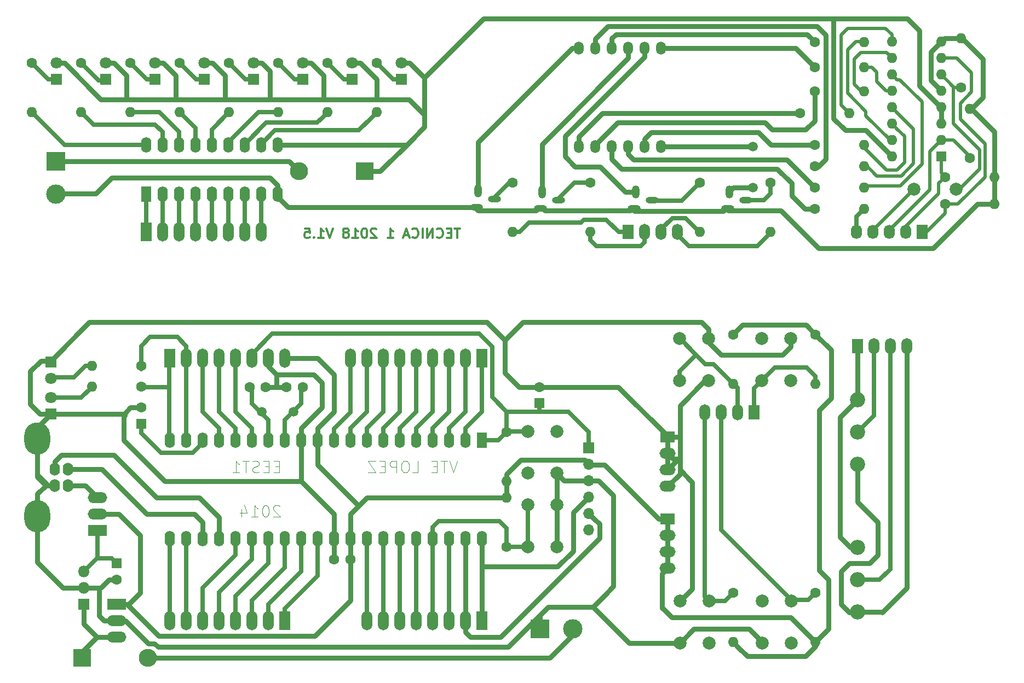
<source format=gbr>
G04 #@! TF.GenerationSoftware,KiCad,Pcbnew,(5.1.5)-3*
G04 #@! TF.CreationDate,2020-02-09T12:12:53-03:00*
G04 #@! TF.ProjectId,Entrenador1-SchDoc_4Display_en_uno,456e7472-656e-4616-946f-72312d536368,v1.0*
G04 #@! TF.SameCoordinates,PX429d390PY8198450*
G04 #@! TF.FileFunction,Copper,L2,Bot*
G04 #@! TF.FilePolarity,Positive*
%FSLAX46Y46*%
G04 Gerber Fmt 4.6, Leading zero omitted, Abs format (unit mm)*
G04 Created by KiCad (PCBNEW (5.1.5)-3) date 2020-02-09 12:12:53*
%MOMM*%
%LPD*%
G04 APERTURE LIST*
%ADD10C,0.300000*%
%ADD11C,0.100000*%
%ADD12C,1.800000*%
%ADD13R,1.800000X1.800000*%
%ADD14C,3.000000*%
%ADD15R,3.000000X3.000000*%
%ADD16O,1.500000X2.000000*%
%ADD17O,1.700000X2.200000*%
%ADD18R,1.700000X2.200000*%
%ADD19O,2.000000X1.000000*%
%ADD20O,1.200000X2.000000*%
%ADD21O,1.600000X1.600000*%
%ADD22C,1.600000*%
%ADD23O,4.000000X5.000000*%
%ADD24O,1.600000X2.000000*%
%ADD25O,1.700000X3.000000*%
%ADD26R,1.700000X3.000000*%
%ADD27O,3.000000X1.700000*%
%ADD28R,3.000000X1.700000*%
%ADD29O,2.800000X2.800000*%
%ADD30R,2.800000X2.800000*%
%ADD31O,1.700000X2.500000*%
%ADD32O,2.500000X1.700000*%
%ADD33R,2.200000X1.700000*%
%ADD34C,1.500000*%
%ADD35R,1.600000X1.600000*%
%ADD36O,1.700000X1.700000*%
%ADD37R,1.700000X1.700000*%
%ADD38C,2.000000*%
%ADD39O,1.600000X2.400000*%
%ADD40R,1.600000X2.400000*%
%ADD41O,1.800000X1.800000*%
%ADD42C,2.340000*%
%ADD43C,0.635000*%
%ADD44C,0.800000*%
%ADD45C,0.500000*%
G04 APERTURE END LIST*
D10*
X64939142Y68385429D02*
X64082000Y68385429D01*
X64510571Y66885429D02*
X64510571Y68385429D01*
X63582000Y67671143D02*
X63082000Y67671143D01*
X62867714Y66885429D02*
X63582000Y66885429D01*
X63582000Y68385429D01*
X62867714Y68385429D01*
X61367714Y67028286D02*
X61439142Y66956858D01*
X61653428Y66885429D01*
X61796285Y66885429D01*
X62010571Y66956858D01*
X62153428Y67099715D01*
X62224857Y67242572D01*
X62296285Y67528286D01*
X62296285Y67742572D01*
X62224857Y68028286D01*
X62153428Y68171143D01*
X62010571Y68314000D01*
X61796285Y68385429D01*
X61653428Y68385429D01*
X61439142Y68314000D01*
X61367714Y68242572D01*
X60724857Y66885429D02*
X60724857Y68385429D01*
X59867714Y66885429D01*
X59867714Y68385429D01*
X59153428Y66885429D02*
X59153428Y68385429D01*
X57582000Y67028286D02*
X57653428Y66956858D01*
X57867714Y66885429D01*
X58010571Y66885429D01*
X58224857Y66956858D01*
X58367714Y67099715D01*
X58439142Y67242572D01*
X58510571Y67528286D01*
X58510571Y67742572D01*
X58439142Y68028286D01*
X58367714Y68171143D01*
X58224857Y68314000D01*
X58010571Y68385429D01*
X57867714Y68385429D01*
X57653428Y68314000D01*
X57582000Y68242572D01*
X57010571Y67314000D02*
X56296285Y67314000D01*
X57153428Y66885429D02*
X56653428Y68385429D01*
X56153428Y66885429D01*
X53724857Y66885429D02*
X54582000Y66885429D01*
X54153428Y66885429D02*
X54153428Y68385429D01*
X54296285Y68171143D01*
X54439142Y68028286D01*
X54582000Y67956858D01*
X52010571Y68242572D02*
X51939142Y68314000D01*
X51796285Y68385429D01*
X51439142Y68385429D01*
X51296285Y68314000D01*
X51224857Y68242572D01*
X51153428Y68099715D01*
X51153428Y67956858D01*
X51224857Y67742572D01*
X52082000Y66885429D01*
X51153428Y66885429D01*
X50224857Y68385429D02*
X50082000Y68385429D01*
X49939142Y68314000D01*
X49867714Y68242572D01*
X49796285Y68099715D01*
X49724857Y67814000D01*
X49724857Y67456858D01*
X49796285Y67171143D01*
X49867714Y67028286D01*
X49939142Y66956858D01*
X50082000Y66885429D01*
X50224857Y66885429D01*
X50367714Y66956858D01*
X50439142Y67028286D01*
X50510571Y67171143D01*
X50582000Y67456858D01*
X50582000Y67814000D01*
X50510571Y68099715D01*
X50439142Y68242572D01*
X50367714Y68314000D01*
X50224857Y68385429D01*
X48296285Y66885429D02*
X49153428Y66885429D01*
X48724857Y66885429D02*
X48724857Y68385429D01*
X48867714Y68171143D01*
X49010571Y68028286D01*
X49153428Y67956858D01*
X47439142Y67742572D02*
X47582000Y67814000D01*
X47653428Y67885429D01*
X47724857Y68028286D01*
X47724857Y68099715D01*
X47653428Y68242572D01*
X47582000Y68314000D01*
X47439142Y68385429D01*
X47153428Y68385429D01*
X47010571Y68314000D01*
X46939142Y68242572D01*
X46867714Y68099715D01*
X46867714Y68028286D01*
X46939142Y67885429D01*
X47010571Y67814000D01*
X47153428Y67742572D01*
X47439142Y67742572D01*
X47582000Y67671143D01*
X47653428Y67599715D01*
X47724857Y67456858D01*
X47724857Y67171143D01*
X47653428Y67028286D01*
X47582000Y66956858D01*
X47439142Y66885429D01*
X47153428Y66885429D01*
X47010571Y66956858D01*
X46939142Y67028286D01*
X46867714Y67171143D01*
X46867714Y67456858D01*
X46939142Y67599715D01*
X47010571Y67671143D01*
X47153428Y67742572D01*
X45296285Y68385429D02*
X44796285Y66885429D01*
X44296285Y68385429D01*
X43010571Y66885429D02*
X43867714Y66885429D01*
X43439142Y66885429D02*
X43439142Y68385429D01*
X43582000Y68171143D01*
X43724857Y68028286D01*
X43867714Y67956858D01*
X42367714Y67028286D02*
X42296285Y66956858D01*
X42367714Y66885429D01*
X42439142Y66956858D01*
X42367714Y67028286D01*
X42367714Y66885429D01*
X40939142Y68385429D02*
X41653428Y68385429D01*
X41724857Y67671143D01*
X41653428Y67742572D01*
X41510571Y67814000D01*
X41153428Y67814000D01*
X41010571Y67742572D01*
X40939142Y67671143D01*
X40867714Y67528286D01*
X40867714Y67171143D01*
X40939142Y67028286D01*
X41010571Y66956858D01*
X41153428Y66885429D01*
X41510571Y66885429D01*
X41653428Y66956858D01*
X41724857Y67028286D01*
D11*
X37061333Y25315334D02*
X36976666Y25400000D01*
X36807333Y25484667D01*
X36384000Y25484667D01*
X36214666Y25400000D01*
X36130000Y25315334D01*
X36045333Y25146000D01*
X36045333Y24976667D01*
X36130000Y24722667D01*
X37146000Y23706667D01*
X36045333Y23706667D01*
X34944666Y25484667D02*
X34775333Y25484667D01*
X34606000Y25400000D01*
X34521333Y25315334D01*
X34436666Y25146000D01*
X34352000Y24807334D01*
X34352000Y24384000D01*
X34436666Y24045334D01*
X34521333Y23876000D01*
X34606000Y23791334D01*
X34775333Y23706667D01*
X34944666Y23706667D01*
X35114000Y23791334D01*
X35198666Y23876000D01*
X35283333Y24045334D01*
X35368000Y24384000D01*
X35368000Y24807334D01*
X35283333Y25146000D01*
X35198666Y25315334D01*
X35114000Y25400000D01*
X34944666Y25484667D01*
X32658666Y23706667D02*
X33674666Y23706667D01*
X33166666Y23706667D02*
X33166666Y25484667D01*
X33336000Y25230667D01*
X33505333Y25061334D01*
X33674666Y24976667D01*
X31134666Y24892000D02*
X31134666Y23706667D01*
X31558000Y25569334D02*
X31981333Y24299334D01*
X30880666Y24299334D01*
X64535666Y32342667D02*
X63943000Y30564667D01*
X63350333Y32342667D01*
X63011666Y32342667D02*
X61995666Y32342667D01*
X62503666Y30564667D02*
X62503666Y32342667D01*
X61403000Y31496000D02*
X60810333Y31496000D01*
X60556333Y30564667D02*
X61403000Y30564667D01*
X61403000Y32342667D01*
X60556333Y32342667D01*
X57593000Y30564667D02*
X58439666Y30564667D01*
X58439666Y32342667D01*
X56661666Y32342667D02*
X56323000Y32342667D01*
X56153666Y32258000D01*
X55984333Y32088667D01*
X55899666Y31750000D01*
X55899666Y31157334D01*
X55984333Y30818667D01*
X56153666Y30649334D01*
X56323000Y30564667D01*
X56661666Y30564667D01*
X56831000Y30649334D01*
X57000333Y30818667D01*
X57085000Y31157334D01*
X57085000Y31750000D01*
X57000333Y32088667D01*
X56831000Y32258000D01*
X56661666Y32342667D01*
X55137666Y30564667D02*
X55137666Y32342667D01*
X54460333Y32342667D01*
X54291000Y32258000D01*
X54206333Y32173334D01*
X54121666Y32004000D01*
X54121666Y31750000D01*
X54206333Y31580667D01*
X54291000Y31496000D01*
X54460333Y31411334D01*
X55137666Y31411334D01*
X53359666Y31496000D02*
X52767000Y31496000D01*
X52513000Y30564667D02*
X53359666Y30564667D01*
X53359666Y32342667D01*
X52513000Y32342667D01*
X51920333Y32342667D02*
X50735000Y32342667D01*
X51920333Y30564667D01*
X50735000Y30564667D01*
X36976666Y31496000D02*
X36384000Y31496000D01*
X36130000Y30564667D02*
X36976666Y30564667D01*
X36976666Y32342667D01*
X36130000Y32342667D01*
X35368000Y31496000D02*
X34775333Y31496000D01*
X34521333Y30564667D02*
X35368000Y30564667D01*
X35368000Y32342667D01*
X34521333Y32342667D01*
X33844000Y30649334D02*
X33590000Y30564667D01*
X33166666Y30564667D01*
X32997333Y30649334D01*
X32912666Y30734000D01*
X32828000Y30903334D01*
X32828000Y31072667D01*
X32912666Y31242000D01*
X32997333Y31326667D01*
X33166666Y31411334D01*
X33505333Y31496000D01*
X33674666Y31580667D01*
X33759333Y31665334D01*
X33844000Y31834667D01*
X33844000Y32004000D01*
X33759333Y32173334D01*
X33674666Y32258000D01*
X33505333Y32342667D01*
X33082000Y32342667D01*
X32828000Y32258000D01*
X32320000Y32342667D02*
X31304000Y32342667D01*
X31812000Y30564667D02*
X31812000Y32342667D01*
X29780000Y30564667D02*
X30796000Y30564667D01*
X30288000Y30564667D02*
X30288000Y32342667D01*
X30457333Y32088667D01*
X30626666Y31919334D01*
X30796000Y31834667D01*
D12*
X2540000Y93980000D03*
D13*
X2540000Y91440000D03*
D14*
X2476500Y73660000D03*
D15*
X2476500Y78740000D03*
D14*
X82376000Y6350000D03*
D15*
X77296000Y6350000D03*
D16*
X83312000Y96266000D03*
X85852000Y96266000D03*
X88392000Y96266000D03*
X90932000Y96266000D03*
X93472000Y96266000D03*
X96012000Y96266000D03*
X96012000Y81026000D03*
X93472000Y81026000D03*
X90932000Y81026000D03*
X88392000Y81026000D03*
X85852000Y81026000D03*
X83312000Y81026000D03*
D17*
X126238000Y67818000D03*
X128778000Y67818000D03*
X131318000Y67818000D03*
X133858000Y67818000D03*
D18*
X136398000Y67818000D03*
D19*
X70281000Y72898000D03*
X67441000Y71628000D03*
D20*
X67691000Y74168000D03*
D19*
X109143000Y72771000D03*
X106303000Y71501000D03*
D20*
X106553000Y74041000D03*
D19*
X94665000Y72771000D03*
X91825000Y71501000D03*
D20*
X92075000Y74041000D03*
D19*
X80187000Y72771000D03*
X77347000Y71501000D03*
D20*
X77597000Y74041000D03*
D21*
X-1270000Y86360000D03*
D22*
X-1270000Y93980000D03*
D23*
X-414000Y23845000D03*
X-414000Y35845000D03*
D24*
X2286000Y31115000D03*
X2286000Y28575000D03*
X4286000Y28575000D03*
X4286000Y31115000D03*
D25*
X48006000Y48260000D03*
X50546000Y48260000D03*
X53086000Y48260000D03*
X55626000Y48260000D03*
X58166000Y48260000D03*
X60706000Y48260000D03*
X63246000Y48260000D03*
X65786000Y48260000D03*
D26*
X68326000Y48260000D03*
D27*
X8890000Y26670000D03*
X8890000Y24130000D03*
D28*
X8890000Y21590000D03*
D29*
X16637000Y1905000D03*
D30*
X6477000Y1905000D03*
D27*
X11811000Y5080000D03*
X11811000Y7620000D03*
D28*
X11811000Y10160000D03*
D31*
X133985000Y50165000D03*
X131445000Y50165000D03*
X128905000Y50165000D03*
D18*
X126365000Y50165000D03*
D31*
X102743000Y39878000D03*
X105283000Y39878000D03*
X107823000Y39878000D03*
D18*
X110363000Y39878000D03*
D32*
X97028000Y15748000D03*
X97028000Y18288000D03*
X97028000Y20828000D03*
D33*
X97028000Y23368000D03*
D32*
X97028000Y28448000D03*
X97028000Y30988000D03*
X97028000Y33528000D03*
D33*
X97028000Y36068000D03*
D34*
X34290000Y40005000D03*
X39170000Y40005000D03*
D22*
X34885000Y43815000D03*
X32385000Y43815000D03*
X38100000Y43815000D03*
X40600000Y43815000D03*
X11811000Y14010000D03*
D35*
X11811000Y16510000D03*
D22*
X15621000Y40640000D03*
D35*
X15621000Y38140000D03*
D22*
X77216000Y43815000D03*
D35*
X77216000Y41315000D03*
D36*
X84836000Y21717000D03*
X84836000Y24257000D03*
X84836000Y26797000D03*
X84836000Y29337000D03*
X84836000Y31877000D03*
D37*
X84836000Y34417000D03*
D38*
X75438000Y36957000D03*
X79938000Y36957000D03*
X75438000Y30457000D03*
X79938000Y30457000D03*
X75438000Y25550000D03*
X79938000Y25550000D03*
X75438000Y19050000D03*
X79938000Y19050000D03*
X103433000Y4168000D03*
X98933000Y4168000D03*
X103433000Y10668000D03*
X98933000Y10668000D03*
X116133000Y4168000D03*
X111633000Y4168000D03*
X116133000Y10668000D03*
X111633000Y10668000D03*
X98878000Y51308000D03*
X103378000Y51308000D03*
X98878000Y44808000D03*
X103378000Y44808000D03*
X111578000Y51308000D03*
X116078000Y51308000D03*
X111578000Y44808000D03*
X116078000Y44808000D03*
D12*
X1651000Y42164000D03*
D13*
X1651000Y39624000D03*
D12*
X1651000Y45148500D03*
D13*
X1651000Y47688500D03*
D12*
X10160000Y93980000D03*
D13*
X10160000Y91440000D03*
D12*
X17780000Y93980000D03*
D13*
X17780000Y91440000D03*
D12*
X25400000Y93980000D03*
D13*
X25400000Y91440000D03*
D12*
X33020000Y93980000D03*
D13*
X33020000Y91440000D03*
D12*
X40640000Y93980000D03*
D13*
X40640000Y91440000D03*
D12*
X48260000Y93980000D03*
D13*
X48260000Y91440000D03*
D12*
X55880000Y93980000D03*
D13*
X55880000Y91440000D03*
D25*
X34163000Y67818000D03*
X31623000Y67818000D03*
X29083000Y67818000D03*
X26543000Y67818000D03*
X24003000Y67818000D03*
X21463000Y67818000D03*
X18923000Y67818000D03*
D26*
X16383000Y67818000D03*
D25*
X37846000Y48260000D03*
X35306000Y48260000D03*
X32766000Y48260000D03*
X30226000Y48260000D03*
X27686000Y48260000D03*
X25146000Y48260000D03*
X22606000Y48260000D03*
D26*
X20066000Y48260000D03*
D25*
X50546000Y7620000D03*
X53086000Y7620000D03*
X55626000Y7620000D03*
X58166000Y7620000D03*
X60706000Y7620000D03*
X63246000Y7620000D03*
X65786000Y7620000D03*
D26*
X68326000Y7620000D03*
D21*
X107188000Y4318000D03*
D22*
X107188000Y11938000D03*
D21*
X52070000Y86360000D03*
D22*
X52070000Y93980000D03*
D21*
X13970000Y86360000D03*
D22*
X13970000Y93980000D03*
D21*
X21590000Y86360000D03*
D22*
X21590000Y93980000D03*
D21*
X29210000Y86360000D03*
D22*
X29210000Y93980000D03*
D21*
X36830000Y86360000D03*
D22*
X36830000Y93980000D03*
D21*
X44450000Y86360000D03*
D22*
X44450000Y93980000D03*
D21*
X8001000Y43878500D03*
D22*
X15621000Y43878500D03*
D21*
X8001000Y47117000D03*
D22*
X15621000Y47117000D03*
D21*
X85090000Y67818000D03*
D22*
X85090000Y75438000D03*
D21*
X73025000Y67818000D03*
D22*
X73025000Y75438000D03*
D21*
X101981000Y67818000D03*
D22*
X101981000Y75438000D03*
D21*
X112966500Y67818000D03*
D22*
X112966500Y75438000D03*
D21*
X127381000Y77978000D03*
D22*
X119761000Y77978000D03*
D21*
X127381000Y93345000D03*
D22*
X119761000Y93345000D03*
D21*
X127381000Y74676000D03*
D22*
X119761000Y74676000D03*
D21*
X127381000Y89598500D03*
D22*
X119761000Y89598500D03*
D21*
X125095000Y86169500D03*
D22*
X117475000Y86169500D03*
D21*
X127381000Y97218500D03*
D22*
X119761000Y97218500D03*
D21*
X127381000Y81280000D03*
D22*
X119761000Y81280000D03*
D21*
X127381000Y71374000D03*
D22*
X119761000Y71374000D03*
D21*
X72136000Y26670000D03*
D22*
X72136000Y19050000D03*
D21*
X72136000Y29210000D03*
D22*
X72136000Y36830000D03*
D21*
X119888000Y4318000D03*
D22*
X119888000Y11938000D03*
D21*
X119888000Y44323000D03*
D22*
X119888000Y51943000D03*
D21*
X107188000Y44323000D03*
D22*
X107188000Y51943000D03*
D21*
X147574000Y72136000D03*
D22*
X139954000Y72136000D03*
D21*
X147574000Y76327000D03*
D22*
X139954000Y76327000D03*
D21*
X143764000Y86868000D03*
D22*
X143764000Y79248000D03*
D21*
X142367000Y97790000D03*
D22*
X142367000Y90170000D03*
D21*
X6350000Y86360000D03*
D22*
X6350000Y93980000D03*
D39*
X68326000Y20320000D03*
X20066000Y35560000D03*
X65786000Y20320000D03*
X22606000Y35560000D03*
X63246000Y20320000D03*
X25146000Y35560000D03*
X60706000Y20320000D03*
X27686000Y35560000D03*
X58166000Y20320000D03*
X30226000Y35560000D03*
X55626000Y20320000D03*
X32766000Y35560000D03*
X53086000Y20320000D03*
X35306000Y35560000D03*
X50546000Y20320000D03*
X37846000Y35560000D03*
X48006000Y20320000D03*
X40386000Y35560000D03*
X45466000Y20320000D03*
X42926000Y35560000D03*
X42926000Y20320000D03*
X45466000Y35560000D03*
X40386000Y20320000D03*
X48006000Y35560000D03*
X37846000Y20320000D03*
X50546000Y35560000D03*
X35306000Y20320000D03*
X53086000Y35560000D03*
X32766000Y20320000D03*
X55626000Y35560000D03*
X30226000Y20320000D03*
X58166000Y35560000D03*
X27686000Y20320000D03*
X60706000Y35560000D03*
X25146000Y20320000D03*
X63246000Y35560000D03*
X22606000Y20320000D03*
X65786000Y35560000D03*
X20066000Y20320000D03*
D40*
X68326000Y35560000D03*
D41*
X6731000Y15240000D03*
X6731000Y12700000D03*
D13*
X6731000Y10160000D03*
D21*
X131699000Y79502000D03*
X139319000Y97282000D03*
X131699000Y82042000D03*
X139319000Y94742000D03*
X131699000Y84582000D03*
X139319000Y92202000D03*
X131699000Y87122000D03*
X139319000Y89662000D03*
X131699000Y89662000D03*
X139319000Y87122000D03*
X131699000Y92202000D03*
X139319000Y84582000D03*
X131699000Y94742000D03*
X139319000Y82042000D03*
X131699000Y97282000D03*
D35*
X139319000Y79502000D03*
D39*
X16383000Y81280000D03*
X36703000Y73660000D03*
X18923000Y81280000D03*
X34163000Y73660000D03*
X21463000Y81280000D03*
X31623000Y73660000D03*
X24003000Y81280000D03*
X29083000Y73660000D03*
X26543000Y81280000D03*
X26543000Y73660000D03*
X29083000Y81280000D03*
X24003000Y73660000D03*
X31623000Y81280000D03*
X21463000Y73660000D03*
X34163000Y81280000D03*
X18923000Y73660000D03*
X36703000Y81280000D03*
D40*
X16383000Y73660000D03*
D42*
X126365000Y31830000D03*
X126365000Y36830000D03*
X126365000Y41830000D03*
X126365000Y8970000D03*
X126365000Y13970000D03*
X126365000Y18970000D03*
D22*
X45466000Y17145000D03*
X47966000Y17145000D03*
D25*
X20066000Y7620000D03*
X22606000Y7620000D03*
X25146000Y7620000D03*
X27686000Y7620000D03*
X30226000Y7620000D03*
X32766000Y7620000D03*
X35306000Y7620000D03*
D26*
X37846000Y7620000D03*
D31*
X98552000Y67818000D03*
X96012000Y67818000D03*
X93472000Y67818000D03*
D18*
X90932000Y67818000D03*
D29*
X40005000Y77216000D03*
D30*
X50165000Y77216000D03*
D38*
X141605000Y74422000D03*
X135127998Y74422000D03*
D34*
X110236000Y81026000D03*
X110236000Y74676000D03*
D43*
X45466000Y35560000D02*
X45466000Y37395000D01*
X45466000Y37395000D02*
X48006000Y39935000D01*
X48006000Y39935000D02*
X48006000Y46125000D01*
X48006000Y46125000D02*
X48006000Y48260000D01*
X48006000Y35560000D02*
X48006000Y37465000D01*
X48006000Y37465000D02*
X50546000Y40005000D01*
X50546000Y40005000D02*
X50546000Y48006000D01*
X50546000Y35560000D02*
X50546000Y37465000D01*
X50546000Y37465000D02*
X53086000Y40005000D01*
X53086000Y40005000D02*
X53086000Y48006000D01*
X42926000Y14605000D02*
X42926000Y20320000D01*
X37846000Y9525000D02*
X42926000Y14605000D01*
X37846000Y7620000D02*
X37846000Y9525000D01*
X40386000Y15240000D02*
X40386000Y20320000D01*
X35306000Y10160000D02*
X40386000Y15240000D01*
X35306000Y7620000D02*
X35306000Y10160000D01*
X37846000Y15875000D02*
X37846000Y20320000D01*
X32766000Y10795000D02*
X37846000Y15875000D01*
X32766000Y7620000D02*
X32766000Y10795000D01*
X35306000Y16510000D02*
X35306000Y20320000D01*
X30226000Y11430000D02*
X35306000Y16510000D01*
X30226000Y7620000D02*
X30226000Y11430000D01*
X22606000Y7620000D02*
X22606000Y20320000D01*
X20066000Y7620000D02*
X20066000Y20320000D01*
X20016000Y35610000D02*
X20066000Y35560000D01*
X15621000Y43815000D02*
X20016000Y43815000D01*
X20016000Y35610000D02*
X20016000Y43815000D01*
X20066000Y48210000D02*
X20066000Y48260000D01*
X20016000Y43815000D02*
X20016000Y48210000D01*
X15621000Y50165000D02*
X17018000Y51562000D01*
X17018000Y51562000D02*
X21209000Y51562000D01*
X21209000Y51562000D02*
X22606000Y50165000D01*
X22606000Y50165000D02*
X22606000Y48260000D01*
X15621000Y50165000D02*
X15621000Y46609000D01*
X22606000Y35560000D02*
X22606000Y48260000D01*
X15621000Y47244000D02*
X15621000Y50165000D01*
X15875000Y46990000D02*
X15621000Y47244000D01*
D44*
X97028000Y30988000D02*
X97028000Y36220400D01*
X97028000Y36220400D02*
X89433400Y43815000D01*
X89433400Y43815000D02*
X78347370Y43815000D01*
X78347370Y43815000D02*
X77216000Y43815000D01*
X2286000Y28575000D02*
X889000Y28575000D01*
X889000Y28575000D02*
X-414000Y29878000D01*
X-414000Y29878000D02*
X-414000Y30259000D01*
X103378000Y51308000D02*
X103378000Y52722213D01*
X103378000Y52722213D02*
X102252213Y53848000D01*
X102252213Y53848000D02*
X74676000Y53848000D01*
X74676000Y53848000D02*
X71882000Y51054000D01*
X77216000Y43815000D02*
X74041000Y43815000D01*
X74041000Y43815000D02*
X71882000Y45974000D01*
X69088000Y53848000D02*
X7620000Y53848000D01*
X71882000Y45974000D02*
X71882000Y51054000D01*
X71882000Y51054000D02*
X69088000Y53848000D01*
X7620000Y53848000D02*
X1651000Y47879000D01*
X1651000Y47879000D02*
X127000Y47879000D01*
X11811000Y7620000D02*
X13208000Y7620000D01*
X13208000Y7620000D02*
X16722999Y4105001D01*
X16722999Y4105001D02*
X17693001Y4105001D01*
X17693001Y4105001D02*
X18242002Y3556000D01*
X72369000Y3556000D02*
X77703000Y8890000D01*
X18242002Y3556000D02*
X72369000Y3556000D01*
X11811000Y7620000D02*
X9906000Y7620000D01*
X9906000Y7620000D02*
X9144000Y8382000D01*
X9144000Y8382000D02*
X9144000Y12573000D01*
X9144000Y12573000D02*
X9271000Y12700000D01*
X9271000Y12700000D02*
X9398000Y12700000D01*
X9398000Y12700000D02*
X10668000Y13970000D01*
X10668000Y13970000D02*
X11811000Y13970000D01*
X-414000Y23845000D02*
X-414000Y16670000D01*
X-414000Y16670000D02*
X3556000Y12700000D01*
X3556000Y12700000D02*
X6731000Y12700000D01*
X13081000Y39370000D02*
X12954000Y39497000D01*
X12954000Y39497000D02*
X12954000Y35560000D01*
X19304000Y29210000D02*
X40386000Y29210000D01*
X12954000Y35560000D02*
X19304000Y29210000D01*
X15621000Y40640000D02*
X13970000Y40640000D01*
X13970000Y40640000D02*
X13081000Y39751000D01*
X13081000Y39751000D02*
X13081000Y39370000D01*
X1651000Y39624000D02*
X0Y39624000D01*
X-1524000Y41148000D02*
X-1524000Y46228000D01*
X0Y39624000D02*
X-1524000Y41148000D01*
X-1524000Y46228000D02*
X127000Y47879000D01*
X-414000Y35845000D02*
X-414000Y37559000D01*
X-414000Y37559000D02*
X1651000Y39624000D01*
X1651000Y39624000D02*
X12827000Y39624000D01*
X12827000Y39624000D02*
X13081000Y39370000D01*
X116078000Y50038000D02*
X116078000Y51308000D01*
X102798000Y51308000D02*
X105338000Y48768000D01*
X105338000Y48768000D02*
X114808000Y48768000D01*
X114808000Y48768000D02*
X116078000Y50038000D01*
X6731000Y12700000D02*
X9271000Y12700000D01*
X77296000Y6350000D02*
X77296000Y8483000D01*
X77296000Y8483000D02*
X77703000Y8890000D01*
X98933000Y4168000D02*
X101115000Y6350000D01*
X101115000Y6350000D02*
X109601000Y6350000D01*
X109601000Y6350000D02*
X110633001Y5317999D01*
X110633001Y5317999D02*
X111633000Y4318000D01*
X98933000Y30988000D02*
X100838000Y29083000D01*
X100838000Y29083000D02*
X100838000Y12573000D01*
X100838000Y12573000D02*
X98933000Y10668000D01*
X98933000Y40943000D02*
X98933000Y34798000D01*
X98933000Y35813000D02*
X98933000Y34798000D01*
X98933000Y34798000D02*
X98933000Y33528000D01*
X98678000Y36068000D02*
X98933000Y35813000D01*
X97028000Y36068000D02*
X98678000Y36068000D01*
X98933000Y32893000D02*
X98933000Y32258000D01*
X98933000Y32258000D02*
X98933000Y30988000D01*
X97028000Y33528000D02*
X97877999Y32678001D01*
X97877999Y32678001D02*
X98512999Y32678001D01*
X98512999Y32678001D02*
X98933000Y32258000D01*
X98933000Y33528000D02*
X98933000Y32893000D01*
X97028000Y30988000D02*
X97877999Y31837999D01*
X97877999Y31837999D02*
X98933000Y32893000D01*
X97028000Y28448000D02*
X98933000Y30353000D01*
X98933000Y30353000D02*
X98933000Y30988000D01*
X102798000Y44808000D02*
X98933000Y40943000D01*
X79938000Y19050000D02*
X79938000Y25550000D01*
X84836000Y29337000D02*
X81058000Y29337000D01*
X81058000Y29337000D02*
X79938000Y30457000D01*
X79938000Y25550000D02*
X79938000Y30457000D01*
X-414000Y23845000D02*
X-414000Y27272000D01*
X-414000Y27272000D02*
X889000Y28575000D01*
X-414000Y35845000D02*
X-414000Y30259000D01*
X-414000Y30259000D02*
X1270000Y28575000D01*
X45466000Y20320000D02*
X45466000Y24130000D01*
X40386000Y29210000D02*
X45466000Y24130000D01*
X40386000Y29210000D02*
X40386000Y35560000D01*
X45466000Y17145000D02*
X45466000Y20320000D01*
X36576000Y43815000D02*
X36576000Y45720000D01*
X36576000Y43815000D02*
X37846000Y43815000D01*
X35306000Y43815000D02*
X36576000Y43815000D01*
X36576000Y45720000D02*
X42291000Y45720000D01*
X42291000Y45720000D02*
X43561000Y44450000D01*
X43561000Y40640000D02*
X43561000Y44450000D01*
X40386000Y37465000D02*
X43561000Y40640000D01*
X40386000Y35560000D02*
X40386000Y37465000D01*
X35306000Y46990000D02*
X36576000Y45720000D01*
X35306000Y46990000D02*
X35306000Y48260000D01*
X78592000Y9779000D02*
X77703000Y8890000D01*
X85492000Y9779000D02*
X78592000Y9779000D01*
X98933000Y4168000D02*
X91103000Y4168000D01*
X91103000Y4168000D02*
X85492000Y9779000D01*
X87185500Y11472500D02*
X85492000Y9779000D01*
X88646000Y12933000D02*
X87185500Y11472500D01*
X88646000Y27051000D02*
X88646000Y12933000D01*
X84836000Y29337000D02*
X86360000Y29337000D01*
X86360000Y29337000D02*
X88646000Y27051000D01*
D43*
X40386000Y41275000D02*
X40386000Y43815000D01*
X39116000Y40005000D02*
X40386000Y41275000D01*
X37846000Y38735000D02*
X39116000Y40005000D01*
X37846000Y35560000D02*
X37846000Y38735000D01*
X68326000Y40005000D02*
X68326000Y48006000D01*
X65786000Y37465000D02*
X68326000Y40005000D01*
X65786000Y35560000D02*
X65786000Y37465000D01*
X65786000Y40005000D02*
X65786000Y48006000D01*
X63246000Y37465000D02*
X65786000Y40005000D01*
X63246000Y35560000D02*
X63246000Y37465000D01*
X60706000Y35560000D02*
X60706000Y37465000D01*
X60706000Y37465000D02*
X63246000Y40005000D01*
X63246000Y40005000D02*
X63246000Y48006000D01*
X58166000Y35560000D02*
X58166000Y37465000D01*
X58166000Y37465000D02*
X60706000Y40005000D01*
X60706000Y40005000D02*
X60706000Y48006000D01*
X55626000Y35560000D02*
X55626000Y37465000D01*
X55626000Y37465000D02*
X58166000Y40005000D01*
X58166000Y40005000D02*
X58166000Y48006000D01*
X53086000Y35560000D02*
X53086000Y37465000D01*
X53086000Y37465000D02*
X55626000Y40005000D01*
X55626000Y40005000D02*
X55626000Y48006000D01*
X50546000Y7620000D02*
X50546000Y20320000D01*
X53086000Y7620000D02*
X53086000Y20320000D01*
X55626000Y7620000D02*
X55626000Y20320000D01*
X58166000Y7620000D02*
X58166000Y20320000D01*
X75438000Y25550000D02*
X75438000Y19050000D01*
X72136000Y19050000D02*
X75438000Y19050000D01*
X60706000Y7620000D02*
X60706000Y20320000D01*
X72136000Y21907500D02*
X72136000Y19050000D01*
X70993000Y23050500D02*
X72136000Y21907500D01*
X61658500Y23050500D02*
X70993000Y23050500D01*
X60706000Y20320000D02*
X60706000Y22098000D01*
X60706000Y22098000D02*
X61658500Y23050500D01*
X63246000Y7620000D02*
X63246000Y20320000D01*
X30226000Y40005000D02*
X30226000Y48260000D01*
X30226000Y40005000D02*
X32766000Y37465000D01*
X32766000Y35560000D02*
X32766000Y37465000D01*
X27686000Y40005000D02*
X27686000Y48260000D01*
X27686000Y40005000D02*
X30226000Y37465000D01*
X30226000Y35560000D02*
X30226000Y37465000D01*
X25146000Y40005000D02*
X25146000Y44450000D01*
X25146000Y44450000D02*
X25146000Y48260000D01*
X25146000Y40005000D02*
X27686000Y37465000D01*
X27686000Y35560000D02*
X27686000Y37465000D01*
X25146000Y44450000D02*
X25146000Y44450000D01*
X30226000Y17780000D02*
X30226000Y20320000D01*
X25146000Y12700000D02*
X30226000Y17780000D01*
X25146000Y7620000D02*
X25146000Y12700000D01*
X27686000Y12065000D02*
X32766000Y17145000D01*
X27686000Y7620000D02*
X27686000Y12065000D01*
X32766000Y17145000D02*
X32766000Y20320000D01*
D44*
X4286000Y28575000D02*
X6985000Y28575000D01*
X6985000Y28575000D02*
X8890000Y26670000D01*
D43*
X16383000Y67818000D02*
X16383000Y73660000D01*
X18923000Y67818000D02*
X18923000Y73660000D01*
X21463000Y73660000D02*
X21463000Y67818000D01*
X24003000Y73660000D02*
X24003000Y67818000D01*
X26543000Y73660000D02*
X26543000Y67818000D01*
X29083000Y73660000D02*
X29083000Y67818000D01*
X31623000Y73660000D02*
X31623000Y67818000D01*
X34163000Y73660000D02*
X34163000Y67818000D01*
X110363000Y39878000D02*
X110363000Y43593000D01*
X110363000Y43593000D02*
X111578000Y44808000D01*
X119888000Y44323000D02*
X119888000Y45491400D01*
X119888000Y45491400D02*
X118516400Y46863000D01*
X118516400Y46863000D02*
X113633000Y46863000D01*
X113633000Y46863000D02*
X111578000Y44808000D01*
X98933000Y51308000D02*
X101422200Y48818800D01*
X101422200Y48818800D02*
X102870000Y47371000D01*
X101422200Y48766413D02*
X101422200Y48818800D01*
X98878000Y44808000D02*
X98878000Y46222213D01*
X98878000Y46222213D02*
X101422200Y48766413D01*
X98298000Y51308000D02*
X98933000Y51308000D01*
X102870000Y47371000D02*
X104140000Y47371000D01*
X104140000Y47371000D02*
X107188000Y44323000D01*
X107823000Y39878000D02*
X107823000Y43688000D01*
X107823000Y43688000D02*
X107188000Y44323000D01*
X105283000Y39878000D02*
X105283000Y21668000D01*
X105283000Y21668000D02*
X116133000Y10818000D01*
X116133000Y10818000D02*
X118768000Y10818000D01*
X118768000Y10818000D02*
X119888000Y11938000D01*
X102743000Y39878000D02*
X102743000Y11358000D01*
X102743000Y11358000D02*
X103433000Y10668000D01*
X103433000Y10668000D02*
X105918000Y10668000D01*
X105918000Y10668000D02*
X107188000Y11938000D01*
D44*
X83312000Y82526000D02*
X83312000Y81026000D01*
X86955500Y86169500D02*
X83312000Y82526000D01*
X117475000Y86169500D02*
X86955500Y86169500D01*
X119761000Y85026500D02*
X119761000Y89598500D01*
X85852000Y81276000D02*
X89348500Y84772500D01*
X85852000Y81026000D02*
X85852000Y81276000D01*
X89348500Y84772500D02*
X112077500Y84772500D01*
X112077500Y84772500D02*
X113220500Y83629500D01*
X113220500Y83629500D02*
X118364000Y83629500D01*
X118364000Y83629500D02*
X119761000Y85026500D01*
X90932000Y79819500D02*
X90932000Y81026000D01*
X119570500Y74930000D02*
X115506500Y78994000D01*
X119761000Y74930000D02*
X119570500Y74930000D01*
X115506500Y78994000D02*
X91757500Y78994000D01*
X91757500Y78994000D02*
X90932000Y79819500D01*
X118237000Y71374000D02*
X116205000Y73406000D01*
X119761000Y71374000D02*
X118237000Y71374000D01*
X116205000Y73406000D02*
X116205000Y75374500D01*
X116205000Y75374500D02*
X113982500Y77597000D01*
X88392000Y79121000D02*
X88392000Y81026000D01*
X113982500Y77597000D02*
X89916000Y77597000D01*
X89916000Y77597000D02*
X88392000Y79121000D01*
X116840000Y96266000D02*
X119761000Y93345000D01*
X96012000Y96266000D02*
X116840000Y96266000D01*
X121475500Y79057500D02*
X121475500Y84836000D01*
X120904000Y78486000D02*
X121475500Y79057500D01*
X121475500Y98317917D02*
X121475500Y84865489D01*
X85852000Y97726500D02*
X87757000Y99631500D01*
X85852000Y96266000D02*
X85852000Y97726500D01*
X87757000Y99631500D02*
X120161917Y99631500D01*
X120161917Y99631500D02*
X121475500Y98317917D01*
X120332500Y77914500D02*
X120904000Y78486000D01*
X119761000Y77978000D02*
X119824500Y77914500D01*
X119824500Y77914500D02*
X120332500Y77914500D01*
X118618000Y98425000D02*
X119761000Y97282000D01*
X88392000Y97766000D02*
X89051000Y98425000D01*
X88392000Y96266000D02*
X88392000Y97766000D01*
X89051000Y98425000D02*
X118618000Y98425000D01*
X93472000Y82232500D02*
X93472000Y81026000D01*
X113030000Y81280000D02*
X111061500Y83248500D01*
X119761000Y81280000D02*
X113030000Y81280000D01*
X111061500Y83248500D02*
X94488000Y83248500D01*
X94488000Y83248500D02*
X93472000Y82232500D01*
D45*
X139319000Y79502000D02*
X139319000Y76962000D01*
X139319000Y76962000D02*
X139954000Y76327000D01*
X133858000Y68643500D02*
X133858000Y67818000D01*
X138974005Y73759505D02*
X133858000Y68643500D01*
X139954000Y76327000D02*
X138974005Y75347005D01*
X138974005Y75347005D02*
X138974005Y73759505D01*
X139319000Y82042000D02*
X141224000Y82042000D01*
X141224000Y82042000D02*
X144018000Y79248000D01*
X137574033Y80297033D02*
X137574033Y74324033D01*
X131318000Y68068000D02*
X131318000Y67818000D01*
X137574033Y74324033D02*
X131318000Y68068000D01*
X139319000Y82042000D02*
X137574033Y80297033D01*
X141224000Y90297000D02*
X141224000Y90170000D01*
X139319000Y92202000D02*
X141224000Y90297000D01*
X142367000Y90170000D02*
X141235630Y90170000D01*
X141235630Y90170000D02*
X141224000Y90170000D01*
X128778000Y67818000D02*
X128778000Y68068000D01*
X128778000Y68068000D02*
X135127998Y74417998D01*
X135127998Y74417998D02*
X135127998Y74422000D01*
X141541500Y74422000D02*
X141605000Y74422000D01*
X142113000Y74422000D02*
X141541500Y74422000D01*
X145249989Y77558989D02*
X142113000Y74422000D01*
X145249989Y80556011D02*
X145249989Y77558989D01*
X141224000Y90170000D02*
X141224000Y84582000D01*
X141224000Y84582000D02*
X145249989Y80556011D01*
X140335000Y71755000D02*
X139954000Y72136000D01*
X141085370Y72136000D02*
X139954000Y72136000D01*
X141922500Y72136000D02*
X141085370Y72136000D01*
X146123999Y76337499D02*
X141922500Y72136000D01*
X146123999Y77023001D02*
X146123999Y76337499D01*
X146150000Y81434000D02*
X146150000Y77049002D01*
X141732000Y94742000D02*
X144018000Y92456000D01*
X139319000Y94742000D02*
X141732000Y94742000D01*
X144018000Y92456000D02*
X144018000Y89471500D01*
X146150000Y77049002D02*
X146123999Y77023001D01*
X144018000Y89471500D02*
X142313999Y87767499D01*
X142313999Y87767499D02*
X142313999Y85270001D01*
X142313999Y85270001D02*
X146150000Y81434000D01*
X139954000Y70739000D02*
X139954000Y72136000D01*
X136398000Y67818000D02*
X137033000Y67818000D01*
X137033000Y67818000D02*
X139954000Y70739000D01*
D43*
X74156370Y67818000D02*
X75616870Y69278500D01*
X73025000Y67818000D02*
X74156370Y67818000D01*
X75616870Y69278500D02*
X83629500Y69278500D01*
X83629500Y69278500D02*
X84074000Y69723000D01*
X89447000Y67818000D02*
X90932000Y67818000D01*
X87542000Y69723000D02*
X89447000Y67818000D01*
X84074000Y69723000D02*
X87542000Y69723000D01*
X85090000Y66548000D02*
X85090000Y67818000D01*
X86042500Y65595500D02*
X85090000Y66548000D01*
X92837000Y65595500D02*
X86042500Y65595500D01*
X93472000Y67818000D02*
X93472000Y66230500D01*
X93472000Y66230500D02*
X92837000Y65595500D01*
X96012000Y68218000D02*
X97758389Y69964389D01*
X97758389Y69964389D02*
X99834611Y69964389D01*
X96012000Y67818000D02*
X96012000Y68218000D01*
X101181001Y68617999D02*
X101981000Y67818000D01*
X99834611Y69964389D02*
X101181001Y68617999D01*
X112166501Y66891001D02*
X112966500Y67691000D01*
X110934500Y65659000D02*
X112166501Y66891001D01*
X100311000Y65659000D02*
X110934500Y65659000D01*
X98552000Y67818000D02*
X98552000Y67418000D01*
X98552000Y67418000D02*
X100311000Y65659000D01*
X72571000Y75438000D02*
X70031000Y72898000D01*
X73025000Y75438000D02*
X72571000Y75438000D01*
X82604000Y75438000D02*
X85090000Y75438000D01*
X79937000Y72771000D02*
X82604000Y75438000D01*
X101981000Y75438000D02*
X99187000Y72644000D01*
X94542000Y72644000D02*
X99187000Y72644000D01*
X94415000Y72771000D02*
X94542000Y72644000D01*
X108893000Y72771000D02*
X111950500Y72771000D01*
X112966500Y73787000D02*
X112966500Y75311000D01*
X111950500Y72771000D02*
X112966500Y73787000D01*
X126238000Y67818000D02*
X126238000Y70231000D01*
X126238000Y70231000D02*
X127381000Y71374000D01*
X31623000Y81280000D02*
X31623000Y81402755D01*
X31623000Y81402755D02*
X34980244Y84759999D01*
X34980244Y84759999D02*
X42849999Y84759999D01*
X42849999Y84759999D02*
X43650001Y85560001D01*
X43650001Y85560001D02*
X44450000Y86360000D01*
X36830000Y86360000D02*
X33763000Y86360000D01*
X33763000Y86360000D02*
X29083000Y81680000D01*
X29083000Y81680000D02*
X29083000Y81280000D01*
X29210000Y86360000D02*
X26543000Y83693000D01*
X26543000Y83693000D02*
X26543000Y81280000D01*
X21590000Y86360000D02*
X24003000Y83947000D01*
X24003000Y83947000D02*
X24003000Y81280000D01*
X13970000Y86360000D02*
X18415000Y86360000D01*
X18415000Y86360000D02*
X21463000Y83312000D01*
X21463000Y83312000D02*
X21463000Y81280000D01*
X6350000Y86360000D02*
X8255000Y84455000D01*
X8255000Y84455000D02*
X17780000Y84455000D01*
X17780000Y84455000D02*
X18923000Y83312000D01*
X18923000Y83312000D02*
X18923000Y81280000D01*
X-1270000Y86360000D02*
X3810000Y81280000D01*
X3810000Y81280000D02*
X16383000Y81280000D01*
X34163000Y81280000D02*
X34163000Y81402755D01*
X34163000Y81402755D02*
X36320234Y83559989D01*
X36320234Y83559989D02*
X49269989Y83559989D01*
X49269989Y83559989D02*
X51270001Y85560001D01*
X51270001Y85560001D02*
X52070000Y86360000D01*
X1270000Y91440000D02*
X2540000Y91440000D01*
X-1270000Y93980000D02*
X1270000Y91440000D01*
X55880000Y91440000D02*
X54610000Y91440000D01*
X54610000Y91440000D02*
X52070000Y93980000D01*
X48260000Y91440000D02*
X46990000Y91440000D01*
X46990000Y91440000D02*
X44450000Y93980000D01*
X40640000Y91440000D02*
X39370000Y91440000D01*
X39370000Y91440000D02*
X36830000Y93980000D01*
X33020000Y91440000D02*
X31750000Y91440000D01*
X31750000Y91440000D02*
X29210000Y93980000D01*
X21590000Y93980000D02*
X24130000Y91440000D01*
X24130000Y91440000D02*
X25400000Y91440000D01*
X16510000Y91440000D02*
X17780000Y91440000D01*
X13970000Y93980000D02*
X16510000Y91440000D01*
X9017000Y91313000D02*
X10033000Y91313000D01*
X10033000Y91313000D02*
X10160000Y91440000D01*
X6350000Y93980000D02*
X9017000Y91313000D01*
X35926000Y52070000D02*
X32766000Y48910000D01*
X69893501Y50080002D02*
X67903503Y52070000D01*
X72136000Y40005000D02*
X69893501Y42247499D01*
X67903503Y52070000D02*
X35926000Y52070000D01*
X69893501Y42247499D02*
X69893501Y50080002D01*
X32766000Y48910000D02*
X32766000Y48260000D01*
X75438000Y36957000D02*
X72263000Y36957000D01*
X72263000Y36957000D02*
X72136000Y36830000D01*
X77216000Y41315000D02*
X77216000Y40005000D01*
X68326000Y35560000D02*
X70866000Y35560000D01*
X72136000Y36830000D02*
X72136000Y40005000D01*
X70866000Y35560000D02*
X72136000Y36830000D01*
X77216000Y40005000D02*
X81661000Y40005000D01*
X72136000Y40005000D02*
X77216000Y40005000D01*
X81661000Y40005000D02*
X84836000Y36830000D01*
X84836000Y34290000D02*
X84836000Y36830000D01*
X6731000Y15240000D02*
X8890000Y17399000D01*
X8890000Y17399000D02*
X8890000Y21590000D01*
X11049000Y17272000D02*
X11811000Y16510000D01*
X6731000Y15240000D02*
X8763000Y17272000D01*
X8763000Y17272000D02*
X11049000Y17272000D01*
X35306000Y35560000D02*
X35306000Y38735000D01*
X34036000Y40005000D02*
X35306000Y38735000D01*
X32766000Y41275000D02*
X34036000Y40005000D01*
X32766000Y41275000D02*
X32766000Y43815000D01*
X25146000Y35560000D02*
X25146000Y35160000D01*
X25146000Y35160000D02*
X23628490Y33642490D01*
X15621000Y36705000D02*
X15621000Y38140000D01*
X23628490Y33642490D02*
X18683510Y33642490D01*
X18683510Y33642490D02*
X15621000Y36705000D01*
D44*
X4286000Y31115000D02*
X9525000Y31115000D01*
X9525000Y31115000D02*
X16510000Y24130000D01*
X16510000Y24130000D02*
X23876000Y24130000D01*
X23876000Y24130000D02*
X25146000Y22860000D01*
X25146000Y22860000D02*
X25146000Y20320000D01*
X2286000Y31115000D02*
X2286000Y32258000D01*
X2286000Y32258000D02*
X3302000Y33274000D01*
X24638000Y26670000D02*
X27686000Y23622000D01*
X3302000Y33274000D02*
X11430000Y33274000D01*
X11430000Y33274000D02*
X18034000Y26670000D01*
X18034000Y26670000D02*
X24638000Y26670000D01*
X27686000Y23622000D02*
X27686000Y20320000D01*
X65786000Y7620000D02*
X65786000Y20320000D01*
X85685999Y23407001D02*
X84836000Y24257000D01*
X65786000Y5842000D02*
X66548000Y5080000D01*
X66548000Y5080000D02*
X71183500Y5080000D01*
X71183500Y5080000D02*
X86486001Y20382501D01*
X65786000Y7620000D02*
X65786000Y5842000D01*
X86486001Y20382501D02*
X86486001Y22606999D01*
X86486001Y22606999D02*
X85685999Y23407001D01*
X68326000Y20320000D02*
X68326000Y15748000D01*
X68326000Y15748000D02*
X68326000Y7620000D01*
X68580000Y16002000D02*
X68326000Y15748000D01*
X80010000Y16002000D02*
X68580000Y16002000D01*
X82423000Y18415000D02*
X80010000Y16002000D01*
X84836000Y26797000D02*
X82423000Y24384000D01*
X82423000Y24384000D02*
X82423000Y18415000D01*
X6477000Y1905000D02*
X6477000Y2794000D01*
X6477000Y2794000D02*
X8763000Y5080000D01*
X6731000Y10160000D02*
X6731000Y7112000D01*
X6477000Y1905000D02*
X6731000Y2159000D01*
X6731000Y7112000D02*
X8763000Y5080000D01*
X8763000Y5080000D02*
X11811000Y5080000D01*
X47966000Y17145000D02*
X47966000Y16013630D01*
X47966000Y16013630D02*
X48006000Y15973630D01*
X48006000Y15973630D02*
X48006000Y10795000D01*
X48006000Y20320000D02*
X48006000Y17185000D01*
X48006000Y17185000D02*
X47966000Y17145000D01*
X119888000Y51943000D02*
X122301000Y49530000D01*
X122301000Y49530000D02*
X122301000Y42062400D01*
X120687999Y5117999D02*
X119888000Y4318000D01*
X122301000Y42062400D02*
X120446800Y40208200D01*
X120446800Y40208200D02*
X120446800Y15468600D01*
X121945400Y13970000D02*
X121945400Y6375400D01*
X121945400Y6375400D02*
X120687999Y5117999D01*
X120446800Y15468600D02*
X121945400Y13970000D01*
X8890000Y24130000D02*
X12192000Y24130000D01*
X12192000Y24130000D02*
X15494000Y20828000D01*
X15494000Y11938000D02*
X13716000Y10160000D01*
X15494000Y20828000D02*
X15494000Y11938000D01*
X13716000Y10160000D02*
X11811000Y10160000D01*
X119888000Y4318000D02*
X119888000Y3683000D01*
X119888000Y3683000D02*
X118364000Y2159000D01*
X118364000Y2159000D02*
X109347000Y2159000D01*
X109347000Y2159000D02*
X107987999Y3518001D01*
X107987999Y3518001D02*
X107188000Y4318000D01*
X13461000Y10160000D02*
X18356989Y5264011D01*
X11811000Y10160000D02*
X13461000Y10160000D01*
X18356989Y5264011D02*
X42475011Y5264011D01*
X42475011Y5264011D02*
X48006000Y10795000D01*
X97028000Y15748000D02*
X96178001Y14898001D01*
X96178001Y14898001D02*
X96178001Y9612999D01*
X96178001Y9612999D02*
X96393000Y9398000D01*
X97028000Y18288000D02*
X97028000Y15748000D01*
X97028000Y20828000D02*
X97028000Y18288000D01*
X97028000Y23368000D02*
X97028000Y20828000D01*
X96393000Y9398000D02*
X97663000Y8128000D01*
X116078000Y8128000D02*
X119088001Y5117999D01*
X97663000Y8128000D02*
X116078000Y8128000D01*
X119088001Y5117999D02*
X119888000Y4318000D01*
X119888000Y51943000D02*
X118414800Y53416200D01*
X118414800Y53416200D02*
X108661200Y53416200D01*
X108661200Y53416200D02*
X107987999Y52742999D01*
X107987999Y52742999D02*
X107188000Y51943000D01*
X72136000Y29210000D02*
X72136000Y26670000D01*
X45466000Y40005000D02*
X42926000Y37465000D01*
X42926000Y37465000D02*
X42926000Y35560000D01*
X45466000Y45720000D02*
X45466000Y40005000D01*
X42926000Y48260000D02*
X45466000Y45720000D01*
X70721787Y26670000D02*
X72136000Y26670000D01*
X48006000Y20320000D02*
X48006000Y24130000D01*
X49276000Y25400000D02*
X50546000Y26670000D01*
X48006000Y24130000D02*
X49276000Y25400000D01*
X50546000Y26670000D02*
X70721787Y26670000D01*
X42926000Y31750000D02*
X49276000Y25400000D01*
X42926000Y35560000D02*
X42926000Y31750000D01*
X37846000Y48260000D02*
X42926000Y48260000D01*
X95694500Y23368000D02*
X97028000Y23368000D01*
X87312500Y31750000D02*
X95694500Y23368000D01*
X84836000Y31877000D02*
X84963000Y31750000D01*
X84963000Y31750000D02*
X87312500Y31750000D01*
X84201000Y32512000D02*
X84836000Y31877000D01*
X74306630Y32512000D02*
X84201000Y32512000D01*
X72136000Y29210000D02*
X72136000Y30341370D01*
X72136000Y30341370D02*
X74306630Y32512000D01*
X133985000Y50165000D02*
X133985000Y12700000D01*
X133985000Y12700000D02*
X130175000Y8890000D01*
X130175000Y8890000D02*
X130095000Y8970000D01*
X126285000Y8890000D02*
X126365000Y8970000D01*
X126365000Y31830000D02*
X126365000Y26035000D01*
X129540000Y17780000D02*
X128270000Y16510000D01*
X129540000Y22860000D02*
X129540000Y17780000D01*
X125095000Y16510000D02*
X123825000Y15240000D01*
X128270000Y16510000D02*
X125095000Y16510000D01*
X123825000Y15240000D02*
X123825000Y10160000D01*
X125095000Y8890000D02*
X126285000Y8890000D01*
X126365000Y26035000D02*
X129540000Y22860000D01*
X130095000Y8970000D02*
X126365000Y8970000D01*
X123825000Y10160000D02*
X125095000Y8890000D01*
X126365000Y41830000D02*
X126365000Y50165000D01*
X126365000Y41830000D02*
X123698000Y39163000D01*
X123698000Y20574000D02*
X125302000Y18970000D01*
X125302000Y18970000D02*
X126365000Y18970000D01*
X123698000Y39163000D02*
X123698000Y29210000D01*
X123698000Y29210000D02*
X123698000Y20574000D01*
X67691000Y79121000D02*
X67691000Y74168000D01*
X83312000Y96266000D02*
X82251340Y96266000D01*
X67691000Y81705660D02*
X67691000Y79121000D01*
X82251340Y96266000D02*
X67691000Y81705660D01*
X90932000Y96016000D02*
X90932000Y96266000D01*
X77597000Y74041000D02*
X77597000Y81407000D01*
X90932000Y94742000D02*
X90932000Y96016000D01*
X77597000Y81407000D02*
X90932000Y94742000D01*
X90487500Y74041000D02*
X92075000Y74041000D01*
X93472000Y94932500D02*
X81153000Y82613500D01*
X93472000Y96266000D02*
X93472000Y94932500D01*
X81153000Y82613500D02*
X81153000Y79502000D01*
X81153000Y79502000D02*
X82740500Y77914500D01*
X82740500Y77914500D02*
X86614000Y77914500D01*
X86614000Y77914500D02*
X90487500Y74041000D01*
X106553000Y74041000D02*
X107188000Y74676000D01*
X107188000Y74676000D02*
X110236000Y74676000D01*
X96012000Y81026000D02*
X110236000Y81026000D01*
X139319000Y84582000D02*
X139319000Y87122000D01*
X50165000Y77216000D02*
X52578000Y77216000D01*
X52578000Y77216000D02*
X57023000Y81661000D01*
X56642000Y81280000D02*
X57023000Y81661000D01*
X36703000Y81280000D02*
X56642000Y81280000D01*
X57023000Y81661000D02*
X59436000Y84074000D01*
X9432783Y88360009D02*
X13335000Y88360009D01*
X13335000Y88360009D02*
X20955000Y88360009D01*
X10160000Y93980000D02*
X11432792Y93980000D01*
X11432792Y93980000D02*
X13335000Y92077792D01*
X13335000Y92077792D02*
X13335000Y88360009D01*
X20955000Y92077792D02*
X20955000Y88360009D01*
X20955000Y88360009D02*
X28575000Y88360009D01*
X17780000Y93980000D02*
X19052792Y93980000D01*
X19052792Y93980000D02*
X20955000Y92077792D01*
X2540000Y93980000D02*
X3812792Y93980000D01*
X3812792Y93980000D02*
X9432783Y88360009D01*
X59436000Y91696792D02*
X59436000Y85979000D01*
X43815000Y88360009D02*
X52070000Y88360009D01*
X52070000Y88360009D02*
X57054991Y88360009D01*
X48260000Y93980000D02*
X49532792Y93980000D01*
X49532792Y93980000D02*
X52070000Y91442792D01*
X52070000Y91442792D02*
X52070000Y88360009D01*
X35560000Y88360009D02*
X43815000Y88360009D01*
X41912792Y93980000D02*
X43815000Y92077792D01*
X40640000Y93980000D02*
X41912792Y93980000D01*
X43815000Y92077792D02*
X43815000Y88360009D01*
X28575000Y88360009D02*
X35560000Y88360009D01*
X33020000Y93980000D02*
X34292792Y93980000D01*
X34292792Y93980000D02*
X35560000Y92712792D01*
X35560000Y92712792D02*
X35560000Y88360009D01*
X25400000Y93980000D02*
X26672792Y93980000D01*
X26672792Y93980000D02*
X28575000Y92077792D01*
X28575000Y92077792D02*
X28575000Y88360009D01*
X57054991Y88360009D02*
X59436000Y85979000D01*
X59436000Y85979000D02*
X59436000Y85090000D01*
X59436000Y84074000D02*
X59436000Y85090000D01*
X135987511Y90453489D02*
X138519001Y87921999D01*
X138519001Y87921999D02*
X139319000Y87122000D01*
X135987511Y98962489D02*
X135987511Y90453489D01*
X59436000Y91696792D02*
X68611219Y100872011D01*
X134077989Y100872011D02*
X135987511Y98962489D01*
X55880000Y93980000D02*
X57152792Y93980000D01*
X57152792Y93980000D02*
X59436000Y91696792D01*
X122936000Y100872011D02*
X134077989Y100872011D01*
X68611219Y100872011D02*
X122936000Y100872011D01*
X122682000Y100618011D02*
X122936000Y100872011D01*
X122682000Y85388998D02*
X122682000Y100618011D01*
X124504998Y83566000D02*
X122682000Y85388998D01*
X131699000Y79502000D02*
X127635000Y83566000D01*
X127635000Y83566000D02*
X124504998Y83566000D01*
X91575000Y71501000D02*
X91575000Y71454900D01*
X91575000Y71454900D02*
X91579700Y71450200D01*
X91579700Y71450200D02*
X91262200Y71132700D01*
X91262200Y71132700D02*
X78054200Y71132700D01*
X78054200Y71132700D02*
X77685900Y71501000D01*
X77685900Y71501000D02*
X77097000Y71501000D01*
X91575000Y71501000D02*
X91575000Y71467600D01*
X67191000Y71628000D02*
X67699000Y71120000D01*
X77097000Y71501000D02*
X77097000Y71391400D01*
X142367000Y97790000D02*
X142240000Y97790000D01*
X67191000Y71628000D02*
X38335000Y71628000D01*
X77097000Y71501000D02*
X77089000Y71501000D01*
X77089000Y71501000D02*
X76708000Y71120000D01*
X76708000Y71120000D02*
X67699000Y71120000D01*
X36703000Y73660000D02*
X36703000Y73260000D01*
X36703000Y73260000D02*
X38335000Y71628000D01*
X138519001Y96482001D02*
X139319000Y97282000D01*
X137718999Y91262001D02*
X137718999Y95681999D01*
X137718999Y95681999D02*
X138519001Y96482001D01*
X139319000Y89662000D02*
X137718999Y91262001D01*
X2540000Y73740000D02*
X8610000Y73740000D01*
X8610000Y73740000D02*
X11070000Y76200000D01*
X11070000Y76200000D02*
X35560000Y76200000D01*
X35560000Y76200000D02*
X36703000Y75057000D01*
X36703000Y75057000D02*
X36703000Y73660000D01*
X147574000Y72136000D02*
X147574000Y76327000D01*
X142494000Y97790000D02*
X142367000Y97663000D01*
X147574000Y83312000D02*
X147574000Y76327000D01*
X144018000Y86868000D02*
X147574000Y83312000D01*
X145796000Y88646000D02*
X144018000Y86868000D01*
X145796000Y94551500D02*
X145796000Y88646000D01*
X142367000Y97790000D02*
X142557500Y97790000D01*
X142557500Y97790000D02*
X145796000Y94551500D01*
X139827000Y97790000D02*
X139319000Y97282000D01*
X142367000Y97790000D02*
X139827000Y97790000D01*
X144907000Y72136000D02*
X147574000Y72136000D01*
X138049000Y65278000D02*
X144907000Y72136000D01*
X106434000Y71120000D02*
X114554000Y71120000D01*
X106053000Y71501000D02*
X106434000Y71120000D01*
X91575000Y71493000D02*
X91986100Y71081900D01*
X114554000Y71120000D02*
X120396000Y65278000D01*
X91575000Y71501000D02*
X91575000Y71493000D01*
X91986100Y71081900D02*
X105676700Y71081900D01*
X120396000Y65278000D02*
X138049000Y65278000D01*
X105676700Y71081900D02*
X106045000Y71450200D01*
X106045000Y71450200D02*
X106045000Y71493000D01*
X106045000Y71493000D02*
X106053000Y71501000D01*
D45*
X132498999Y86322001D02*
X131699000Y87122000D01*
X135064500Y83756500D02*
X132498999Y86322001D01*
X135064500Y78422500D02*
X135064500Y83756500D01*
X133148489Y76506489D02*
X135064500Y78422500D01*
X127381000Y78486000D02*
X129360511Y76506489D01*
X129360511Y76506489D02*
X133148489Y76506489D01*
X131572000Y89662000D02*
X131699000Y89662000D01*
X130810000Y89662000D02*
X131572000Y89662000D01*
X129349500Y91122500D02*
X130810000Y89662000D01*
X129349500Y92583000D02*
X129349500Y91122500D01*
X127381000Y93345000D02*
X128587500Y93345000D01*
X128587500Y93345000D02*
X129349500Y92583000D01*
X132969000Y74930000D02*
X136356520Y78317520D01*
X136356520Y87988980D02*
X132943499Y91402001D01*
X132943499Y91402001D02*
X132498999Y91402001D01*
X136356520Y78317520D02*
X136356520Y87988980D01*
X127381000Y74930000D02*
X132969000Y74930000D01*
X132498999Y91402001D02*
X131699000Y92202000D01*
X130873500Y95567500D02*
X131699000Y94742000D01*
X126936500Y95567500D02*
X130873500Y95567500D01*
X125930999Y94561999D02*
X126936500Y95567500D01*
X125930999Y90667501D02*
X125930999Y94561999D01*
X127381000Y89598500D02*
X127000000Y89598500D01*
X127000000Y89598500D02*
X125930999Y90667501D01*
X123825000Y87439500D02*
X125095000Y86169500D01*
X123825000Y98298000D02*
X123825000Y87439500D01*
X124841000Y99314000D02*
X123825000Y98298000D01*
X130746500Y99314000D02*
X124841000Y99314000D01*
X131699000Y97282000D02*
X131699000Y98361500D01*
X131699000Y98361500D02*
X130746500Y99314000D01*
X131445000Y82042000D02*
X131699000Y82042000D01*
X126111000Y97282000D02*
X124873521Y96044521D01*
X127381000Y97282000D02*
X126111000Y97282000D01*
X124873521Y96044521D02*
X124873521Y89311979D01*
X124873521Y89311979D02*
X127698500Y86487000D01*
X127698500Y86487000D02*
X127698500Y85788500D01*
X127698500Y85788500D02*
X131445000Y82042000D01*
X127381000Y80910630D02*
X130885130Y77406500D01*
X132498999Y83782001D02*
X131699000Y84582000D01*
X130885130Y77406500D02*
X132524500Y77406500D01*
X132524500Y77406500D02*
X133667500Y78549500D01*
X133667500Y78549500D02*
X133667500Y82613500D01*
X133667500Y82613500D02*
X132498999Y83782001D01*
D43*
X6985000Y47117000D02*
X8001000Y47117000D01*
X1651000Y45339000D02*
X5207000Y45339000D01*
X5207000Y45339000D02*
X6985000Y47117000D01*
X1651000Y42164000D02*
X6350000Y42164000D01*
X6350000Y42164000D02*
X8001000Y43815000D01*
D44*
X40005000Y77216000D02*
X38481000Y78740000D01*
X38481000Y78740000D02*
X35560000Y78740000D01*
X2540000Y78740000D02*
X35560000Y78740000D01*
X16637000Y1905000D02*
X78841000Y1905000D01*
X78841000Y1905000D02*
X82296000Y5360000D01*
X82296000Y5360000D02*
X82296000Y6350000D01*
D43*
X131445000Y50165000D02*
X131445000Y15621000D01*
X131445000Y15621000D02*
X129794000Y13970000D01*
X129794000Y13970000D02*
X126365000Y13970000D01*
X128905000Y50165000D02*
X128905000Y39370000D01*
X128905000Y39370000D02*
X126365000Y36830000D01*
M02*

</source>
